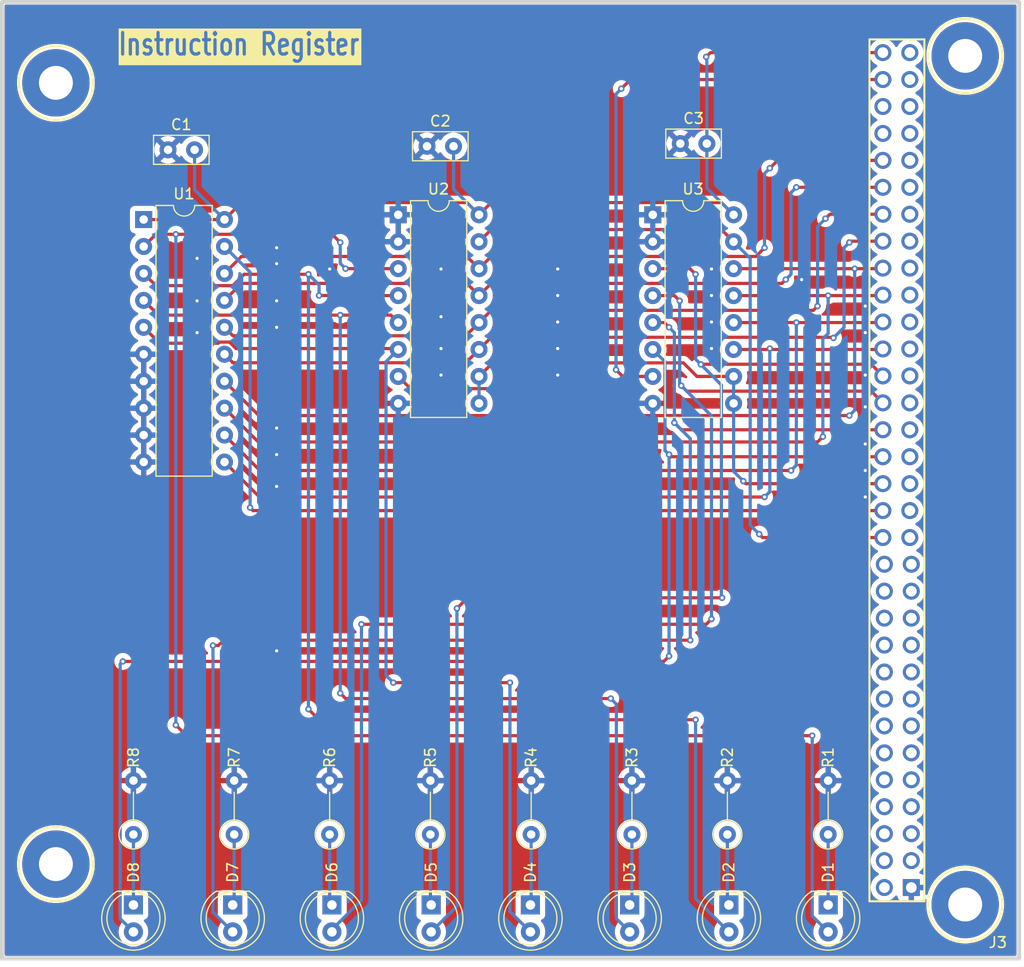
<source format=kicad_pcb>
(kicad_pcb (version 20240108) (generator "pcbnew") (generator_version "8.0")
  (layers (0 "F.Cu" signal) (31 "B.Cu" signal) (34 "B.Paste" user) (35 "F.Paste" user) (36 "B.SilkS" user "B.Silkscreen") (37 "F.SilkS" user "F.Silkscreen") (38 "B.Mask" user) (39 "F.Mask" user) (44 "Edge.Cuts" user))
  (net 0 "")
  (net 1 "GND")
  (net 2 "/~{ir_ie}")
  (net 3 "/~{ir_oe}")
  (net 4 "/ir_clear")
  (net 5 "5V")
  (net 6 "Net-(D1-K)")
  (net 7 "Net-(D1-A)")
  (net 8 "Net-(D2-A)")
  (net 9 "Net-(D2-K)")
  (net 10 "Net-(D3-K)")
  (net 11 "Net-(D3-A)")
  (net 12 "Net-(D4-A)")
  (net 13 "Net-(D4-K)")
  (net 14 "Net-(D5-K)")
  (net 15 "/ir4")
  (net 16 "Net-(D6-K)")
  (net 17 "/ir5")
  (net 18 "Net-(D7-K)")
  (net 19 "/ir6")
  (net 20 "Net-(D8-K)")
  (net 21 "/ir7")
  (net 22 "/bus5")
  (net 23 "/bus3")
  (net 24 "/bus6")
  (net 25 "/bus1")
  (net 26 "/bus4")
  (net 27 "/bus0")
  (net 28 "/bus7")
  (net 29 "/bus2")
  (net 30 "/clock")
  (footprint "Capacitor_THT:C_Disc_D5.0mm_W2.5mm_P2.50mm" (layer "F.Cu") (at 118.74316 69.015)
    (property "Reference" "C1" (at 1.25 -2.37325 0) (layer "F.SilkS"))
    (property "Value" ".01µF")
    (pad "1" thru_hole circle (at 0 0) (size 1.6 1.6) (drill 0.8) (layers "*.Cu" "*.Mask") (net 1 "GND"))
    (pad "2" thru_hole circle (at 2.5 0) (size 1.6 1.6) (drill 0.8) (layers "*.Cu" "*.Mask") (net 5 "5V"))
  )
  (footprint "LED_THT:LED_D5.0mm" (layer "F.Cu") (at 152.906978 140.21 -90)
    (property "Reference" "D4" (at -3.066191 0 90) (layer "F.SilkS"))
    (property "Value" "LED")
    (pad "1" thru_hole rect (at 0 0 270) (size 1.8 1.8) (drill 0.9) (layers "*.Cu" "*.Mask") (net 13 "Net-(D4-K)"))
    (pad "2" thru_hole circle (at 2.54 0 270) (size 1.8 1.8) (drill 0.9) (layers "*.Cu" "*.Mask") (net 12 "Net-(D4-A)"))
  )
  (footprint "Resistor_THT:R_Axial_DIN0207_L6.3mm_D2.5mm_P5.08mm_Vertical" (layer "F.Cu") (at 143.47841 133.565 90)
    (property "Reference" "R5" (at 7.256191 0 90) (layer "F.SilkS"))
    (property "Value" "220")
    (pad "1" thru_hole circle (at 0 0 90) (size 1.6 1.6) (drill 0.8) (layers "*.Cu" "*.Mask") (net 14 "Net-(D5-K)"))
    (pad "2" thru_hole oval (at 5.08 0 90) (size 1.6 1.6) (drill 0.8) (layers "*.Cu" "*.Mask") (net 1 "GND"))
  )
  (footprint "Capacitor_THT:C_Disc_D5.0mm_W2.5mm_P2.50mm" (layer "F.Cu") (at 143.16157 68.68)
    (property "Reference" "C2" (at 1.25 -2.37325 0) (layer "F.SilkS"))
    (property "Value" ".01µF")
    (pad "1" thru_hole circle (at 0 0) (size 1.6 1.6) (drill 0.8) (layers "*.Cu" "*.Mask") (net 1 "GND"))
    (pad "2" thru_hole circle (at 2.5 0) (size 1.6 1.6) (drill 0.8) (layers "*.Cu" "*.Mask") (net 5 "5V"))
  )
  (footprint "LED_THT:LED_D5.0mm" (layer "F.Cu") (at 124.835552 140.21 -90)
    (property "Reference" "D7" (at -3.066191 0 90) (layer "F.SilkS"))
    (property "Value" "LED")
    (pad "1" thru_hole rect (at 0 0 270) (size 1.8 1.8) (drill 0.9) (layers "*.Cu" "*.Mask") (net 18 "Net-(D7-K)"))
    (pad "2" thru_hole circle (at 2.54 0 270) (size 1.8 1.8) (drill 0.9) (layers "*.Cu" "*.Mask") (net 19 "/ir6"))
  )
  (footprint "Resistor_THT:R_Axial_DIN0207_L6.3mm_D2.5mm_P5.08mm_Vertical" (layer "F.Cu") (at 133.97841 133.565 90)
    (property "Reference" "R6" (at 7.256191 0 90) (layer "F.SilkS"))
    (property "Value" "220")
    (pad "1" thru_hole circle (at 0 0 90) (size 1.6 1.6) (drill 0.8) (layers "*.Cu" "*.Mask") (net 16 "Net-(D6-K)"))
    (pad "2" thru_hole oval (at 5.08 0 90) (size 1.6 1.6) (drill 0.8) (layers "*.Cu" "*.Mask") (net 1 "GND"))
  )
  (footprint "Capacitor_THT:C_Disc_D5.0mm_W2.5mm_P2.50mm" (layer "F.Cu") (at 167.04157 68.43)
    (property "Reference" "C3" (at 1.25 -2.37325 0) (layer "F.SilkS"))
    (property "Value" ".01µF")
    (pad "1" thru_hole circle (at 0 0) (size 1.6 1.6) (drill 0.8) (layers "*.Cu" "*.Mask") (net 1 "GND"))
    (pad "2" thru_hole circle (at 2.5 0) (size 1.6 1.6) (drill 0.8) (layers "*.Cu" "*.Mask") (net 5 "5V"))
  )
  (footprint "LED_THT:LED_D5.0mm" (layer "F.Cu") (at 143.549836 140.21 -90)
    (property "Reference" "D5" (at -3.066191 0 90) (layer "F.SilkS"))
    (property "Value" "LED")
    (pad "1" thru_hole rect (at 0 0 270) (size 1.8 1.8) (drill 0.9) (layers "*.Cu" "*.Mask") (net 14 "Net-(D5-K)"))
    (pad "2" thru_hole circle (at 2.54 0 270) (size 1.8 1.8) (drill 0.9) (layers "*.Cu" "*.Mask") (net 15 "/ir4"))
  )
  (footprint "LED_THT:LED_D5.0mm" (layer "F.Cu") (at 115.47841 140.21 -90)
    (property "Reference" "D8" (at -3.066191 0 90) (layer "F.SilkS"))
    (property "Value" "LED")
    (pad "1" thru_hole rect (at 0 0 270) (size 1.8 1.8) (drill 0.9) (layers "*.Cu" "*.Mask") (net 20 "Net-(D8-K)"))
    (pad "2" thru_hole circle (at 2.54 0 270) (size 1.8 1.8) (drill 0.9) (layers "*.Cu" "*.Mask") (net 21 "/ir7"))
  )
  (footprint "Resistor_THT:R_Axial_DIN0207_L6.3mm_D2.5mm_P5.08mm_Vertical" (layer "F.Cu") (at 115.47841 133.565 90)
    (property "Reference" "R8" (at 7.256191 0 90) (layer "F.SilkS"))
    (property "Value" "220")
    (pad "1" thru_hole circle (at 0 0 90) (size 1.6 1.6) (drill 0.8) (layers "*.Cu" "*.Mask") (net 20 "Net-(D8-K)"))
    (pad "2" thru_hole oval (at 5.08 0 90) (size 1.6 1.6) (drill 0.8) (layers "*.Cu" "*.Mask") (net 1 "GND"))
  )
  (footprint "Resistor_THT:R_Axial_DIN0207_L6.3mm_D2.5mm_P5.08mm_Vertical" (layer "F.Cu") (at 180.97841 133.565 90)
    (property "Reference" "R1" (at 7.256191 0 90) (layer "F.SilkS"))
    (property "Value" "220")
    (pad "1" thru_hole circle (at 0 0 90) (size 1.6 1.6) (drill 0.8) (layers "*.Cu" "*.Mask") (net 6 "Net-(D1-K)"))
    (pad "2" thru_hole oval (at 5.08 0 90) (size 1.6 1.6) (drill 0.8) (layers "*.Cu" "*.Mask") (net 1 "GND"))
  )
  (footprint "Package_DIP:DIP-20_W7.62mm" (layer "F.Cu") (at 116.44316 75.59)
    (property "Reference" "U1" (at 3.8 -2.42325 0) (layer "F.SilkS"))
    (property "Value" "74LS245")
    (pad "1" thru_hole rect (at 0 0) (size 1.6 1.6) (drill 0.8) (layers "*.Cu" "*.Mask") (net 5 "5V"))
    (pad "2" thru_hole oval (at 0 2.54) (size 1.6 1.6) (drill 0.8) (layers "*.Cu" "*.Mask") (net 7 "Net-(D1-A)"))
    (pad "3" thru_hole oval (at 0 5.08) (size 1.6 1.6) (drill 0.8) (layers "*.Cu" "*.Mask") (net 8 "Net-(D2-A)"))
    (pad "4" thru_hole oval (at 0 7.62) (size 1.6 1.6) (drill 0.8) (layers "*.Cu" "*.Mask") (net 11 "Net-(D3-A)"))
    (pad "5" thru_hole oval (at 0 10.16) (size 1.6 1.6) (drill 0.8) (layers "*.Cu" "*.Mask") (net 12 "Net-(D4-A)"))
    (pad "6" thru_hole oval (at 0 12.7) (size 1.6 1.6) (drill 0.8) (layers "*.Cu" "*.Mask") (net 1 "GND"))
    (pad "7" thru_hole oval (at 0 15.24) (size 1.6 1.6) (drill 0.8) (layers "*.Cu" "*.Mask") (net 1 "GND"))
    (pad "8" thru_hole oval (at 0 17.78) (size 1.6 1.6) (drill 0.8) (layers "*.Cu" "*.Mask") (net 1 "GND"))
    (pad "9" thru_hole oval (at 0 20.32) (size 1.6 1.6) (drill 0.8) (layers "*.Cu" "*.Mask") (net 1 "GND"))
    (pad "10" thru_hole oval (at 0 22.86) (size 1.6 1.6) (drill 0.8) (layers "*.Cu" "*.Mask") (net 1 "GND"))
    (pad "11" thru_hole oval (at 7.62 22.86) (size 1.6 1.6) (drill 0.8) (layers "*.Cu" "*.Mask") (net 28 "/bus7"))
    (pad "12" thru_hole oval (at 7.62 20.32) (size 1.6 1.6) (drill 0.8) (layers "*.Cu" "*.Mask") (net 24 "/bus6"))
    (pad "13" thru_hole oval (at 7.62 17.78) (size 1.6 1.6) (drill 0.8) (layers "*.Cu" "*.Mask") (net 22 "/bus5"))
    (pad "14" thru_hole oval (at 7.62 15.24) (size 1.6 1.6) (drill 0.8) (layers "*.Cu" "*.Mask") (net 26 "/bus4"))
    (pad "15" thru_hole oval (at 7.62 12.7) (size 1.6 1.6) (drill 0.8) (layers "*.Cu" "*.Mask") (net 23 "/bus3"))
    (pad "16" thru_hole oval (at 7.62 10.16) (size 1.6 1.6) (drill 0.8) (layers "*.Cu" "*.Mask") (net 29 "/bus2"))
    (pad "17" thru_hole oval (at 7.62 7.62) (size 1.6 1.6) (drill 0.8) (layers "*.Cu" "*.Mask") (net 25 "/bus1"))
    (pad "18" thru_hole oval (at 7.62 5.08) (size 1.6 1.6) (drill 0.8) (layers "*.Cu" "*.Mask") (net 27 "/bus0"))
    (pad "19" thru_hole oval (at 7.62 2.54) (size 1.6 1.6) (drill 0.8) (layers "*.Cu" "*.Mask") (net 3 "/~{ir_oe}"))
    (pad "20" thru_hole oval (at 7.62 0) (size 1.6 1.6) (drill 0.8) (layers "*.Cu" "*.Mask") (net 5 "5V"))
  )
  (footprint "MyFootPrints:PC104-Standard" (layer "F.Cu") (at 198.97841 145.25)
    (property "Reference" "J3" (at -2 -1.5 0) (layer "F.SilkS"))
    (property "Value" "~")
    (fp_rect (start -95.89 0) (end 0 -90.17) (stroke (width 0.381)) (fill none) (layer "Edge.Cuts"))
    (pad "" thru_hole circle (at -90.81 -82.55) (size 6.35 6.35) (drill 3.2) (layers "*.Cu" "*.Mask"))
    (pad "" thru_hole circle (at -90.81 -8.89) (size 6.35 6.35) (drill 3.2) (layers "*.Cu" "*.Mask"))
    (pad "" thru_hole circle (at -5.08 -85.09) (size 6.35 6.35) (drill 3.2) (layers "*.Cu" "*.Mask"))
    (pad "" thru_hole circle (at -5.08 -5.08) (size 6.35 6.35) (drill 3.2) (layers "*.Cu" "*.Mask"))
    (pad "1" thru_hole rect (at -10.16 -6.68) (size 1.6 1.6) (drill 1.016) (layers "*.Cu" "*.Mask") (net 1 "GND"))
    (pad "2" thru_hole circle (at -12.7 -6.68) (size 1.6 1.6) (drill 1.016) (layers "*.Cu" "*.Mask"))
    (pad "3" thru_hole circle (at -10.16 -9.22) (size 1.6 1.6) (drill 1.016) (layers "*.Cu" "*.Mask"))
    (pad "4" thru_hole circle (at -12.7 -9.22) (size 1.6 1.6) (drill 1.016) (layers "*.Cu" "*.Mask"))
    (pad "5" thru_hole circle (at -10.16 -11.76) (size 1.6 1.6) (drill 1.016) (layers "*.Cu" "*.Mask"))
    (pad "6" thru_hole circle (at -12.7 -11.76) (size 1.6 1.6) (drill 1.016) (layers "*.Cu" "*.Mask"))
    (pad "7" thru_hole circle (at -10.16 -14.3) (size 1.6 1.6) (drill 1.016) (layers "*.Cu" "*.Mask"))
    (pad "8" thru_hole circle (at -12.7 -14.3) (size 1.6 1.6) (drill 1.016) (layers "*.Cu" "*.Mask"))
    (pad "9" thru_hole circle (at -10.16 -16.84) (size 1.6 1.6) (drill 1.016) (layers "*.Cu" "*.Mask"))
    (pad "10" thru_hole circle (at -12.7 -16.84) (size 1.6 1.6) (drill 1.016) (layers "*.Cu" "*.Mask"))
    (pad "11" thru_hole circle (at -10.16 -19.38) (size 1.6 1.6) (drill 1.016) (layers "*.Cu" "*.Mask"))
    (pad "12" thru_hole circle (at -12.7 -19.38) (size 1.6 1.6) (drill 1.016) (layers "*.Cu" "*.Mask"))
    (pad "13" thru_hole circle (at -10.16 -21.92) (size 1.6 1.6) (drill 1.016) (layers "*.Cu" "*.Mask"))
    (pad "14" thru_hole circle (at -12.7 -21.92) (size 1.6 1.6) (drill 1.016) (layers "*.Cu" "*.Mask"))
    (pad "15" thru_hole circle (at -10.16 -24.46) (size 1.6 1.6) (drill 1.016) (layers "*.Cu" "*.Mask"))
    (pad "16" thru_hole circle (at -12.7 -24.46) (size 1.6 1.6) (drill 1.016) (layers "*.Cu" "*.Mask"))
    (pad "17" thru_hole circle (at -10.16 -27) (size 1.6 1.6) (drill 1.016) (layers "*.Cu" "*.Mask"))
    (pad "18" thru_hole circle (at -12.7 -27) (size 1.6 1.6) (drill 1.016) (layers "*.Cu" "*.Mask"))
    (pad "19" thru_hole circle (at -10.16 -29.54) (size 1.6 1.6) (drill 1.016) (layers "*.Cu" "*.Mask"))
    (pad "20" thru_hole circle (at -12.7 -29.54) (size 1.6 1.6) (drill 1.016) (layers "*.Cu" "*.Mask"))
    (pad "21" thru_hole circle (at -10.16 -32.08) (size 1.6 1.6) (drill 1.016) (layers "*.Cu" "*.Mask"))
    (pad "22" thru_hole circle (at -12.7 -32.08) (size 1.6 1.6) (drill 1.016) (layers "*.Cu" "*.Mask"))
    (pad "23" thru_hole circle (at -10.16 -34.62) (size 1.6 1.6) (drill 1.016) (layers "*.Cu" "*.Mask"))
    (pad "24" thru_hole circle (at -12.7 -34.62) (size 1.6 1.6) (drill 1.016) (layers "*.Cu" "*.Mask"))
    (pad "25" thru_hole circle (at -10.16 -37.16) (size 1.6 1.6) (drill 1.016) (layers "*.Cu" "*.Mask"))
    (pad "26" thru_hole circle (at -12.7 -37.16) (size 1.6 1.6) (drill 1.016) (layers "*.Cu" "*.Mask"))
    (pad "27" thru_hole circle (at -10.3 -39.68) (size 1.6 1.6) (drill 1.016) (layers "*.Cu" "*.Mask"))
    (pad "28" thru_hole circle (at -12.84 -39.68) (size 1.6 1.6) (drill 1.016) (layers "*.Cu" "*.Mask") (net 4 "/ir_clear"))
    (pad "29" thru_hole circle (at -10.3 -42.22) (size 1.6 1.6) (drill 1.016) (layers "*.Cu" "*.Mask"))
    (pad "30" thru_hole circle (at -12.84 -42.22) (size 1.6 1.6) (drill 1.016) (layers "*.Cu" "*.Mask") (net 3 "/~{ir_oe}"))
    (pad "31" thru_hole circle (at -10.3 -44.76) (size 1.6 1.6) (drill 1.016) (layers "*.Cu" "*.Mask"))
    (pad "32" thru_hole circle (at -12.84 -44.76) (size 1.6 1.6) (drill 1.016) (layers "*.Cu" "*.Mask") (net 2 "/~{ir_ie}"))
    (pad "33" thru_hole circle (at -10.3 -47.3) (size 1.6 1.6) (drill 1.016) (layers "*.Cu" "*.Mask"))
    (pad "34" thru_hole circle (at -12.84 -47.3) (size 1.6 1.6) (drill 1.016) (layers "*.Cu" "*.Mask") (net 21 "/ir7"))
    (pad "35" thru_hole circle (at -10.3 -49.84) (size 1.6 1.6) (drill 1.016) (layers "*.Cu" "*.Mask"))
    (pad "36" thru_hole circle (at -12.84 -49.84) (size 1.6 1.6) (drill 1.016) (layers "*.Cu" "*.Mask") (net 19 "/ir6"))
    (pad "37" thru_hole circle (at -10.3 -52.38) (size 1.6 1.6) (drill 1.016) (layers "*.Cu" "*.Mask"))
    (pad "38" thru_hole circle (at -12.84 -52.38) (size 1.6 1.6) (drill 1.016) (layers "*.Cu" "*.Mask") (net 17 "/ir5"))
    (pad "39" thru_hole circle (at -10.3 -54.92) (size 1.6 1.6) (drill 1.016) (layers "*.Cu" "*.Mask"))
    (pad "40" thru_hole circle (at -12.84 -54.92) (size 1.6 1.6) (drill 1.016) (layers "*.Cu" "*.Mask") (net 15 "/ir4"))
    (pad "41" thru_hole circle (at -10.3 -57.46) (size 1.6 1.6) (drill 1.016) (layers "*.Cu" "*.Mask"))
    (pad "42" thru_hole circle (at -12.84 -57.46) (size 1.6 1.6) (drill 1.016) (layers "*.Cu" "*.Mask") (net 28 "/bus7"))
    (pad "43" thru_hole circle (at -10.3 -60) (size 1.6 1.6) (drill 1.016) (layers "*.Cu" "*.Mask"))
    (pad "44" thru_hole circle (at -12.84 -60) (size 1.6 1.6) (drill 1.016) (layers "*.Cu" "*.Mask") (net 24 "/bus6"))
    (pad "45" thru_hole circle (at -10.3 -62.54) (size 1.6 1.6) (drill 1.016) (layers "*.Cu" "*.Mask"))
    (pad "46" thru_hole circle (at -12.84 -62.54) (size 1.6 1.6) (drill 1.016) (layers "*.Cu" "*.Mask") (net 22 "/bus5"))
    (pad "47" thru_hole circle (at -10.3 -65.08) (size 1.6 1.6) (drill 1.016) (layers "*.Cu" "*.Mask"))
    (pad "48" thru_hole circle (at -12.84 -65.08) (size 1.6 1.6) (drill 1.016) (layers "*.Cu" "*.Mask") (net 26 "/bus4"))
    (pad "49" thru_hole circle (at -10.3 -67.62) (size 1.6 1.6) (drill 1.016) (layers "*.Cu" "*.Mask"))
    (pad "50" thru_hole circle (at -12.84 -67.62) (size 1.6 1.6) (drill 1.016) (layers "*.Cu" "*.Mask") (net 23 "/bus3"))
    (pad "51" thru_hole circle (at -10.3 -70.16) (size 1.6 1.6) (drill 1.016) (layers "*.Cu" "*.Mask"))
    (pad "52" thru_hole circle (at -12.84 -70.16) (size 1.6 1.6) (drill 1.016) (layers "*.Cu" "*.Mask") (net 29 "/bus2"))
    (pad "53" thru_hole circle (at -10.3 -72.7) (size 1.6 1.6) (drill 1.016) (layers "*.Cu" "*.Mask"))
    (pad "54" thru_hole circle (at -12.84 -72.7) (size 1.6 1.6) (drill 1.016) (layers "*.Cu" "*.Mask") (net 25 "/bus1"))
    (pad "55" thru_hole circle (at -10.3 -75.24) (size 1.6 1.6) (drill 1.016) (layers "*.Cu" "*.Mask"))
    (pad "56" thru_hole circle (at -12.84 -75.24) (size 1.6 1.6) (drill 1.016) (layers "*.Cu" "*.Mask") (net 27 "/bus0"))
    (pad "57" thru_hole circle (at -10.3 -77.78) (size 1.6 1.6) (drill 1.016) (layers "*.Cu" "*.Mask"))
    (pad "58" thru_hole circle (at -12.84 -77.78) (size 1.6 1.6) (drill 1.016) (layers "*.Cu" "*.Mask"))
    (pad "59" thru_hole circle (at -10.3 -80.32) (size 1.6 1.6) (drill 1.016) (layers "*.Cu" "*.Mask"))
    (pad "60" thru_hole circle (at -12.84 -80.32) (size 1.6 1.6) (drill 1.016) (layers "*.Cu" "*.Mask"))
    (pad "61" thru_hole circle (at -10.3 -82.86) (size 1.6 1.6) (drill 1.016) (layers "*.Cu" "*.Mask"))
    (pad "62" thru_hole circle (at -12.84 -82.86) (size 1.6 1.6) (drill 1.016) (layers "*.Cu" "*.Mask") (net 30 "/clock"))
    (pad "63" thru_hole circle (at -10.3 -85.4) (size 1.6 1.6) (drill 1.016) (layers "*.Cu" "*.Mask"))
    (pad "64" thru_hole circle (at -12.84 -85.4) (size 1.6 1.6) (drill 1.016) (layers "*.Cu" "*.Mask") (net 5 "5V"))
  )
  (footprint "Resistor_THT:R_Axial_DIN0207_L6.3mm_D2.5mm_P5.08mm_Vertical" (layer "F.Cu") (at 152.97841 133.565 90)
    (property "Reference" "R4" (at 7.256191 0 90) (layer "F.SilkS"))
    (property "Value" "220")
    (pad "1" thru_hole circle (at 0 0 90) (size 1.6 1.6) (drill 0.8) (layers "*.Cu" "*.Mask") (net 13 "Net-(D4-K)"))
    (pad "2" thru_hole oval (at 5.08 0 90) (size 1.6 1.6) (drill 0.8) (layers "*.Cu" "*.Mask") (net 1 "GND"))
  )
  (footprint "Resistor_THT:R_Axial_DIN0207_L6.3mm_D2.5mm_P5.08mm_Vertical" (layer "F.Cu") (at 124.97841 133.565 90)
    (property "Reference" "R7" (at 7.256191 0 90) (layer "F.SilkS"))
    (property "Value" "220")
    (pad "1" thru_hole circle (at 0 0 90) (size 1.6 1.6) (drill 0.8) (layers "*.Cu" "*.Mask") (net 18 "Net-(D7-K)"))
    (pad "2" thru_hole oval (at 5.08 0 90) (size 1.6 1.6) (drill 0.8) (layers "*.Cu" "*.Mask") (net 1 "GND"))
  )
  (footprint "Package_DIP:DIP-16_W7.62mm" (layer "F.Cu") (at 164.44316 75.14)
    (property "Reference" "U3" (at 3.8 -2.42325 0) (layer "F.SilkS"))
    (property "Value" "74LS173")
    (pad "1" thru_hole rect (at 0 0) (size 1.6 1.6) (drill 0.8) (layers "*.Cu" "*.Mask") (net 1 "GND"))
    (pad "2" thru_hole oval (at 0 2.54) (size 1.6 1.6) (drill 0.8) (layers "*.Cu" "*.Mask") (net 1 "GND"))
    (pad "3" thru_hole oval (at 0 5.08) (size 1.6 1.6) (drill 0.8) (layers "*.Cu" "*.Mask") (net 15 "/ir4"))
    (pad "4" thru_hole oval (at 0 7.62) (size 1.6 1.6) (drill 0.8) (layers "*.Cu" "*.Mask") (net 17 "/ir5"))
    (pad "5" thru_hole oval (at 0 10.16) (size 1.6 1.6) (drill 0.8) (layers "*.Cu" "*.Mask") (net 19 "/ir6"))
    (pad "6" thru_hole oval (at 0 12.7) (size 1.6 1.6) (drill 0.8) (layers "*.Cu" "*.Mask") (net 21 "/ir7"))
    (pad "7" thru_hole oval (at 0 15.24) (size 1.6 1.6) (drill 0.8) (layers "*.Cu" "*.Mask") (net 30 "/clock"))
    (pad "8" thru_hole oval (at 0 17.78) (size 1.6 1.6) (drill 0.8) (layers "*.Cu" "*.Mask") (net 1 "GND"))
    (pad "9" thru_hole oval (at 7.62 17.78) (size 1.6 1.6) (drill 0.8) (layers "*.Cu" "*.Mask") (net 2 "/~{ir_ie}"))
    (pad "10" thru_hole oval (at 7.62 15.24) (size 1.6 1.6) (drill 0.8) (layers "*.Cu" "*.Mask") (net 2 "/~{ir_ie}"))
    (pad "11" thru_hole oval (at 7.62 12.7) (size 1.6 1.6) (drill 0.8) (layers "*.Cu" "*.Mask") (net 28 "/bus7"))
    (pad "12" thru_hole oval (at 7.62 10.16) (size 1.6 1.6) (drill 0.8) (layers "*.Cu" "*.Mask") (net 24 "/bus6"))
    (pad "13" thru_hole oval (at 7.62 7.62) (size 1.6 1.6) (drill 0.8) (layers "*.Cu" "*.Mask") (net 22 "/bus5"))
    (pad "14" thru_hole oval (at 7.62 5.08) (size 1.6 1.6) (drill 0.8) (layers "*.Cu" "*.Mask") (net 26 "/bus4"))
    (pad "15" thru_hole oval (at 7.62 2.54) (size 1.6 1.6) (drill 0.8) (layers "*.Cu" "*.Mask") (net 4 "/ir_clear"))
    (pad "16" thru_hole oval (at 7.62 0) (size 1.6 1.6) (drill 0.8) (layers "*.Cu" "*.Mask") (net 5 "5V"))
  )
  (footprint "LED_THT:LED_D5.0mm" (layer "F.Cu") (at 171.621262 140.21 -90)
    (property "Reference" "D2" (at -3.066191 0 90) (layer "F.SilkS"))
    (property "Value" "LED")
    (pad "1" thru_hole rect (at 0 0 270) (size 1.8 1.8) (drill 0.9) (layers "*.Cu" "*.Mask") (net 9 "Net-(D2-K)"))
    (pad "2" thru_hole circle (at 2.54 0 270) (size 1.8 1.8) (drill 0.9) (layers "*.Cu" "*.Mask") (net 8 "Net-(D2-A)"))
  )
  (footprint "LED_THT:LED_D5.0mm" (layer "F.Cu") (at 180.97841 140.21 -90)
    (property "Reference" "D1" (at -3.066191 0 90) (layer "F.SilkS"))
    (property "Value" "LED")
    (pad "1" thru_hole rect (at 0 0 270) (size 1.8 1.8) (drill 0.9) (layers "*.Cu" "*.Mask") (net 6 "Net-(D1-K)"))
    (pad "2" thru_hole circle (at 2.54 0 270) (size 1.8 1.8) (drill 0.9) (layers "*.Cu" "*.Mask") (net 7 "Net-(D1-A)"))
  )
  (footprint "LED_THT:LED_D5.0mm" (layer "F.Cu") (at 134.192694 140.21 -90)
    (property "Reference" "D6" (at -3.066191 0 90) (layer "F.SilkS"))
    (property "Value" "LED")
    (pad "1" thru_hole rect (at 0 0 270) (size 1.8 1.8) (drill 0.9) (layers "*.Cu" "*.Mask") (net 16 "Net-(D6-K)"))
    (pad "2" thru_hole circle (at 2.54 0 270) (size 1.8 1.8) (drill 0.9) (layers "*.Cu" "*.Mask") (net 17 "/ir5"))
  )
  (footprint "Resistor_THT:R_Axial_DIN0207_L6.3mm_D2.5mm_P5.08mm_Vertical" (layer "F.Cu") (at 171.47841 133.565 90)
    (property "Reference" "R2" (at 7.256191 0 90) (layer "F.SilkS"))
    (property "Value" "220")
    (pad "1" thru_hole circle (at 0 0 90) (size 1.6 1.6) (drill 0.8) (layers "*.Cu" "*.Mask") (net 9 "Net-(D2-K)"))
    (pad "2" thru_hole oval (at 5.08 0 90) (size 1.6 1.6) (drill 0.8) (layers "*.Cu" "*.Mask") (net 1 "GND"))
  )
  (footprint "LED_THT:LED_D5.0mm" (layer "F.Cu") (at 162.26412 140.21 -90)
    (property "Reference" "D3" (at -3.066191 0 90) (layer "F.SilkS"))
    (property "Value" "LED")
    (pad "1" thru_hole rect (at 0 0 270) (size 1.8 1.8) (drill 0.9) (layers "*.Cu" "*.Mask") (net 10 "Net-(D3-K)"))
    (pad "2" thru_hole circle (at 2.54 0 270) (size 1.8 1.8) (drill 0.9) (layers "*.Cu" "*.Mask") (net 11 "Net-(D3-A)"))
  )
  (footprint "Resistor_THT:R_Axial_DIN0207_L6.3mm_D2.5mm_P5.08mm_Vertical" (layer "F.Cu") (at 162.47841 133.565 90)
    (property "Reference" "R3" (at 7.256191 0 90) (layer "F.SilkS"))
    (property "Value" "220")
    (pad "1" thru_hole circle (at 0 0 90) (size 1.6 1.6) (drill 0.8) (layers "*.Cu" "*.Mask") (net 10 "Net-(D3-K)"))
    (pad "2" thru_hole oval (at 5.08 0 90) (size 1.6 1.6) (drill 0.8) (layers "*.Cu" "*.Mask") (net 1 "GND"))
  )
  (footprint "Package_DIP:DIP-16_W7.62mm" (layer "F.Cu") (at 140.44316 75.14)
    (property "Reference" "U2" (at 3.8 -2.42325 0) (layer "F.SilkS"))
    (property "Value" "74LS173")
    (pad "1" thru_hole rect (at 0 0) (size 1.6 1.6) (drill 0.8) (layers "*.Cu" "*.Mask") (net 1 "GND"))
    (pad "2" thru_hole oval (at 0 2.54) (size 1.6 1.6) (drill 0.8) (layers "*.Cu" "*.Mask") (net 1 "GND"))
    (pad "3" thru_hole oval (at 0 5.08) (size 1.6 1.6) (drill 0.8) (layers "*.Cu" "*.Mask") (net 7 "Net-(D1-A)"))
    (pad "4" thru_hole oval (at 0 7.62) (size 1.6 1.6) (drill 0.8) (layers "*.Cu" "*.Mask") (net 8 "Net-(D2-A)"))
    (pad "5" thru_hole oval (at 0 10.16) (size 1.6 1.6) (drill 0.8) (layers "*.Cu" "*.Mask") (net 11 "Net-(D3-A)"))
    (pad "6" thru_hole oval (at 0 12.7) (size 1.6 1.6) (drill 0.8) (layers "*.Cu" "*.Mask") (net 12 "Net-(D4-A)"))
    (pad "7" thru_hole oval (at 0 15.24) (size 1.6 1.6) (drill 0.8) (layers "*.Cu" "*.Mask") (net 30 "/clock"))
    (pad "8" thru_hole oval (at 0 17.78) (size 1.6 1.6) (drill 0.8) (layers "*.Cu" "*.Mask") (net 1 "GND"))
    (pad "9" thru_hole oval (at 7.62 17.78) (size 1.6 1.6) (drill 0.8) (layers "*.Cu" "*.Mask") (net 2 "/~{ir_ie}"))
    (pad "10" thru_hole oval (at 7.62 15.24) (size 1.6 1.6) (drill 0.8) (layers "*.Cu" "*.Mask") (net 2 "/~{ir_ie}"))
    (pad "11" thru_hole oval (at 7.62 12.7) (size 1.6 1.6) (drill 0.8) (layers "*.Cu" "*.Mask") (net 23 "/bus3"))
    (pad "12" thru_hole oval (at 7.62 10.16) (size 1.6 1.6) (drill 0.8) (layers "*.Cu" "*.Mask") (net 29 "/bus2"))
    (pad "13" thru_hole oval (at 7.62 7.62) (size 1.6 1.6) (drill 0.8) (layers "*.Cu" "*.Mask") (net 25 "/bus1"))
    (pad "14" thru_hole oval (at 7.62 5.08) (size 1.6 1.6) (drill 0.8) (layers "*.Cu" "*.Mask") (net 27 "/bus0"))
    (pad "15" thru_hole oval (at 7.62 2.54) (size 1.6 1.6) (drill 0.8) (layers "*.Cu" "*.Mask") (net 4 "/ir_clear"))
    (pad "16" thru_hole oval (at 7.62 0) (size 1.6 1.6) (drill 0.8) (layers "*.Cu" "*.Mask") (net 5 "5V"))
  )
  (gr_text "Instruction Register" (at 113.89841 60.25 0) (layer "F.SilkS" knockout) (effects (font (size 2.032 1.524) (thickness 0.3048) (bold yes)) (justify left bottom)))
  (via (at 144.47841 84.75) (size 0.6) (drill 0.3) (layers "F.Cu" "B.Cu") (net 1))
  (via (at 155.47841 87.75) (size 0.6) (drill 0.3) (layers "F.Cu" "B.Cu") (net 1))
  (via (at 169.97841 82.75) (size 0.6) (drill 0.3) (layers "F.Cu" "B.Cu") (net 1))
  (via (at 128.97841 116.25) (size 0.6) (drill 0.3) (layers "F.Cu" "B.Cu") (net 1))
  (via (at 128.97841 85.75) (size 0.6) (drill 0.3) (layers "F.Cu" "B.Cu") (net 1))
  (via (at 169.97841 85.25) (size 0.6) (drill 0.3) (layers "F.Cu" "B.Cu") (net 1))
  (via (at 184.47841 83.75) (size 0.6) (drill 0.3) (layers "F.Cu" "B.Cu") (net 1))
  (via (at 128.97841 95.25) (size 0.6) (drill 0.3) (layers "F.Cu" "B.Cu") (net 1))
  (via (at 169.97841 80.25) (size 0.6) (drill 0.3) (layers "F.Cu" "B.Cu") (net 1))
  (via (at 184.47841 93.25) (size 0.6) (drill 0.3) (layers "F.Cu" "B.Cu") (net 1))
  (via (at 128.97841 79.75) (size 0.6) (drill 0.3) (layers "F.Cu" "B.Cu") (net 1))
  (via (at 121.47841 86.25) (size 0.6) (drill 0.3) (layers "F.Cu" "B.Cu") (net 1))
  (via (at 169.97841 87.75) (size 0.6) (drill 0.3) (layers "F.Cu" "B.Cu") (net 1))
  (via (at 184.47841 96.75) (size 0.6) (drill 0.3) (layers "F.Cu" "B.Cu") (net 1))
  (via (at 121.47841 79.25) (size 0.6) (drill 0.3) (layers "F.Cu" "B.Cu") (net 1))
  (via (at 178.47841 81.25) (size 0.6) (drill 0.3) (layers "F.Cu" "B.Cu") (net 1))
  (via (at 128.97841 83.25) (size 0.6) (drill 0.3) (layers "F.Cu" "B.Cu") (net 1))
  (via (at 128.97841 97.75) (size 0.6) (drill 0.3) (layers "F.Cu" "B.Cu") (net 1))
  (via (at 128.97841 100.75) (size 0.6) (drill 0.3) (layers "F.Cu" "B.Cu") (net 1))
  (via (at 128.97841 78.25) (size 0.6) (drill 0.3) (layers "F.Cu" "B.Cu") (net 1))
  (via (at 133.97841 80.25) (size 0.6) (drill 0.3) (layers "F.Cu" "B.Cu") (net 1))
  (via (at 184.47841 101.75) (size 0.6) (drill 0.3) (layers "F.Cu" "B.Cu") (net 1))
  (via (at 155.47841 90.25) (size 0.6) (drill 0.3) (layers "F.Cu" "B.Cu") (net 1))
  (via (at 144.47841 87.75) (size 0.6) (drill 0.3) (layers "F.Cu" "B.Cu") (net 1))
  (via (at 184.47841 86.25) (size 0.6) (drill 0.3) (layers "F.Cu" "B.Cu") (net 1))
  (via (at 155.47841 80.25) (size 0.6) (drill 0.3) (layers "F.Cu" "B.Cu") (net 1))
  (via (at 155.47841 85.25) (size 0.6) (drill 0.3) (layers "F.Cu" "B.Cu") (net 1))
  (via (at 184.47841 90.25) (size 0.6) (drill 0.3) (layers "F.Cu" "B.Cu") (net 1))
  (via (at 184.47841 99.25) (size 0.6) (drill 0.3) (layers "F.Cu" "B.Cu") (net 1))
  (via (at 155.47841 82.75) (size 0.6) (drill 0.3) (layers "F.Cu" "B.Cu") (net 1))
  (via (at 121.47841 83.25) (size 0.6) (drill 0.3) (layers "F.Cu" "B.Cu") (net 1))
  (via (at 144.47841 90.25) (size 0.6) (drill 0.3) (layers "F.Cu" "B.Cu") (net 1))
  (via (at 144.47841 80.25) (size 0.6) (drill 0.3) (layers "F.Cu" "B.Cu") (net 1))
  (segment (start 148.06316 90.38) (end 149.34316 89.1) (width 0.3) (layer "F.Cu") (net 2))
  (segment (start 168.609506 90.38) (end 172.06316 90.38) (width 0.3) (layer "F.Cu") (net 2))
  (segment (start 167.329506 89.1) (end 168.609506 90.38) (width 0.3) (layer "F.Cu") (net 2))
  (segment (start 173.21841 100.49) (end 186.13841 100.49) (width 0.3) (layer "F.Cu") (net 2))
  (segment (start 172.97841 100.25) (end 173.21841 100.49) (width 0.3) (layer "F.Cu") (net 2))
  (segment (start 149.34316 89.1) (end 167.329506 89.1) (width 0.3) (layer "F.Cu") (net 2))
  (via (at 172.97841 100.25) (size 0.6) (drill 0.3) (layers "F.Cu" "B.Cu") (net 2))
  (segment (start 172.97841 100.25) (end 172.06316 99.33475) (width 0.3) (layer "B.Cu") (net 2))
  (segment (start 148.06316 92.92) (end 148.06316 90.38) (width 0.3) (layer "B.Cu") (net 2))
  (segment (start 172.06316 90.38) (end 172.06316 92.92) (width 0.3) (layer "B.Cu") (net 2))
  (segment (start 172.06316 99.33475) (end 172.06316 92.92) (width 0.3) (layer "B.Cu") (net 2))
  (segment (start 126.47841 102.75) (end 126.75841 103.03) (width 0.3) (layer "F.Cu") (net 3))
  (segment (start 126.75841 103.03) (end 186.13841 103.03) (width 0.3) (layer "F.Cu") (net 3))
  (via (at 126.47841 102.75) (size 0.6) (drill 0.3) (layers "F.Cu" "B.Cu") (net 3))
  (segment (start 126.47841 80.54525) (end 124.06316 78.13) (width 0.3) (layer "B.Cu") (net 3))
  (segment (start 126.47841 102.75) (end 126.47841 80.54525) (width 0.3) (layer "B.Cu") (net 3))
  (segment (start 174.79841 105.57) (end 186.13841 105.57) (width 0.3) (layer "F.Cu") (net 4))
  (segment (start 170.91316 76.53) (end 172.06316 77.68) (width 0.3) (layer "F.Cu") (net 4))
  (segment (start 149.21316 76.53) (end 170.91316 76.53) (width 0.3) (layer "F.Cu") (net 4))
  (segment (start 148.06316 77.68) (end 149.21316 76.53) (width 0.3) (layer "F.Cu") (net 4))
  (segment (start 174.47841 105.25) (end 174.79841 105.57) (width 0.3) (layer "F.Cu") (net 4))
  (via (at 174.47841 105.25) (size 0.6) (drill 0.3) (layers "F.Cu" "B.Cu") (net 4))
  (segment (start 173.62841 79.24525) (end 172.06316 77.68) (width 0.3) (layer "B.Cu") (net 4))
  (segment (start 174.47841 105.25) (end 173.62841 104.4) (width 0.3) (layer "B.Cu") (net 4))
  (segment (start 173.62841 104.4) (end 173.62841 79.24525) (width 0.3) (layer "B.Cu") (net 4))
  (segment (start 170.91316 73.99) (end 172.06316 75.14) (width 0.3) (layer "F.Cu") (net 5))
  (segment (start 125.66316 73.99) (end 146.91316 73.99) (width 0.3) (layer "F.Cu") (net 5))
  (segment (start 169.47841 60.25) (end 169.87841 59.85) (width 0.3) (layer "F.Cu") (net 5))
  (segment (start 146.91316 73.99) (end 148.06316 75.14) (width 0.3) (layer "F.Cu") (net 5))
  (segment (start 149.21316 73.99) (end 170.91316 73.99) (width 0.3) (layer "F.Cu") (net 5))
  (segment (start 169.87841 59.85) (end 186.13841 59.85) (width 0.3) (layer "F.Cu") (net 5))
  (segment (start 124.06316 75.59) (end 125.66316 73.99) (width 0.3) (layer "F.Cu") (net 5))
  (segment (start 116.44316 75.59) (end 124.06316 75.59) (width 0.3) (layer "F.Cu") (net 5))
  (segment (start 148.06316 75.14) (end 149.21316 73.99) (width 0.3) (layer "F.Cu") (net 5))
  (via (at 169.47841 60.25) (size 0.6) (drill 0.3) (layers "F.Cu" "B.Cu") (net 5))
  (segment (start 169.54157 68.43) (end 169.54157 72.61841) (width 0.3) (layer "B.Cu") (net 5))
  (segment (start 121.24316 72.77) (end 124.06316 75.59) (width 0.3) (layer "B.Cu") (net 5))
  (segment (start 145.66157 68.68) (end 145.66157 72.73841) (width 0.3) (layer "B.Cu") (net 5))
  (segment (start 169.54157 68.43) (end 169.54157 60.31316) (width 0.3) (layer "B.Cu") (net 5))
  (segment (start 169.54157 72.61841) (end 172.06316 75.14) (width 0.3) (layer "B.Cu") (net 5))
  (segment (start 121.24316 69.015) (end 121.24316 72.77) (width 0.3) (layer "B.Cu") (net 5))
  (segment (start 145.66157 72.73841) (end 148.06316 75.14) (width 0.3) (layer "B.Cu") (net 5))
  (segment (start 169.54157 60.31316) (end 169.47841 60.25) (width 0.3) (layer "B.Cu") (net 5))
  (segment (start 180.97841 133.565) (end 180.97841 140.21) (width 0.3) (layer "B.Cu") (net 6))
  (segment (start 119.47841 76.98) (end 134.20841 76.98) (width 0.3) (layer "F.Cu") (net 7))
  (segment (start 119.47841 123.25) (end 120.47841 124.25) (width 0.3) (layer "F.Cu") (net 7))
  (segment (start 119.47841 76.98) (end 117.59316 76.98) (width 0.3) (layer "F.Cu") (net 7))
  (segment (start 135.47841 80.22) (end 140.44316 80.22) (width 0.3) (layer "F.Cu") (net 7))
  (segment (start 117.59316 76.98) (end 116.44316 78.13) (width 0.3) (layer "F.Cu") (net 7))
  (segment (start 134.20841 76.98) (end 134.97841 77.75) (width 0.3) (layer "F.Cu") (net 7))
  (segment (start 120.47841 124.25) (end 179.47841 124.25) (width 0.3) (layer "F.Cu") (net 7))
  (via (at 179.47841 124.25) (size 0.6) (drill 0.3) (layers "F.Cu" "B.Cu") (net 7))
  (via (at 135.47841 80.22) (size 0.6) (drill 0.3) (layers "F.Cu" "B.Cu") (net 7))
  (via (at 119.47841 76.98) (size 0.6) (drill 0.3) (layers "F.Cu" "B.Cu") (net 7))
  (via (at 119.47841 123.25) (size 0.6) (drill 0.3) (layers "F.Cu" "B.Cu") (net 7))
  (via (at 134.97841 77.75) (size 0.6) (drill 0.3) (layers "F.Cu" "B.Cu") (net 7))
  (segment (start 180.97841 142.75) (end 179.47841 141.25) (width 0.3) (layer "B.Cu") (net 7))
  (segment (start 134.97841 79.72) (end 135.47841 80.22) (width 0.3) (layer "B.Cu") (net 7))
  (segment (start 119.47841 76.98) (end 119.47841 123.25) (width 0.3) (layer "B.Cu") (net 7))
  (segment (start 134.97841 77.75) (end 134.97841 79.72) (width 0.3) (layer "B.Cu") (net 7))
  (segment (start 179.47841 141.25) (end 179.47841 124.25) (width 0.3) (layer "B.Cu") (net 7))
  (segment (start 132.97841 82.75) (end 133.97841 82.75) (width 0.3) (layer "F.Cu") (net 8))
  (segment (start 168.47841 122.75) (end 132.97841 122.75) (width 0.3) (layer "F.Cu") (net 8))
  (segment (start 132.97841 122.75) (end 131.97841 121.75) (width 0.3) (layer "F.Cu") (net 8))
  (segment (start 133.98841 82.76) (end 140.44316 82.76) (width 0.3) (layer "F.Cu") (net 8))
  (segment (start 131.97841 80.75) (end 125.91929 80.75) (width 0.3) (layer "F.Cu") (net 8))
  (segment (start 133.97841 82.75) (end 133.98841 82.76) (width 0.3) (layer "F.Cu") (net 8))
  (segment (start 124.84929 81.82) (end 117.59316 81.82) (width 0.3) (layer "F.Cu") (net 8))
  (segment (start 117.59316 81.82) (end 116.44316 80.67) (width 0.3) (layer "F.Cu") (net 8))
  (segment (start 125.91929 80.75) (end 124.84929 81.82) (width 0.3) (layer "F.Cu") (net 8))
  (via (at 131.97841 121.75) (size 0.6) (drill 0.3) (layers "F.Cu" "B.Cu") (net 8))
  (via (at 131.97841 80.75) (size 0.6) (drill 0.3) (layers "F.Cu" "B.Cu") (net 8))
  (via (at 132.97841 82.75) (size 0.6) (drill 0.3) (layers "F.Cu" "B.Cu") (net 8))
  (via (at 168.47841 122.75) (size 0.6) (drill 0.3) (layers "F.Cu" "B.Cu") (net 8))
  (segment (start 131.97841 121.75) (end 131.97841 80.75) (width 0.3) (layer "B.Cu") (net 8))
  (segment (start 132.97841 81.75) (end 132.97841 82.75) (width 0.3) (layer "B.Cu") (net 8))
  (segment (start 168.47841 139.607148) (end 168.47841 122.75) (width 0.3) (layer "B.Cu") (net 8))
  (segment (start 131.97841 80.75) (end 132.97841 81.75) (width 0.3) (layer "B.Cu") (net 8))
  (segment (start 171.621262 142.75) (end 168.47841 139.607148) (width 0.3) (layer "B.Cu") (net 8))
  (segment (start 171.47841 140.067148) (end 171.621262 140.21) (width 0.3) (layer "B.Cu") (net 9))
  (segment (start 171.47841 133.565) (end 171.47841 140.067148) (width 0.3) (layer "B.Cu") (net 9))
  (segment (start 162.47841 139.99571) (end 162.26412 140.21) (width 0.3) (layer "B.Cu") (net 10))
  (segment (start 162.47841 133.565) (end 162.47841 139.99571) (width 0.3) (layer "B.Cu") (net 10))
  (segment (start 134.97841 84.6) (end 139.74316 84.6) (width 0.3) (layer "F.Cu") (net 11))
  (segment (start 160.47841 120.75) (end 135.47841 120.75) (width 0.3) (layer "F.Cu") (net 11))
  (segment (start 135.47841 120.75) (end 134.97841 120.25) (width 0.3) (layer "F.Cu") (net 11))
  (segment (start 117.83316 84.6) (end 134.97841 84.6) (width 0.3) (layer "F.Cu") (net 11))
  (segment (start 139.74316 84.6) (end 140.44316 85.3) (width 0.3) (layer "F.Cu") (net 11))
  (segment (start 116.44316 83.21) (end 117.83316 84.6) (width 0.3) (layer "F.Cu") (net 11))
  (via (at 134.97841 84.6) (size 0.6) (drill 0.3) (layers "F.Cu" "B.Cu") (net 11))
  (via (at 160.47841 120.75) (size 0.6) (drill 0.3) (layers "F.Cu" "B.Cu") (net 11))
  (via (at 134.97841 120.25) (size 0.6) (drill 0.3) (layers "F.Cu" "B.Cu") (net 11))
  (segment (start 160.47841 120.75) (end 161.01412 121.28571) (width 0.3) (layer "B.Cu") (net 11))
  (segment (start 161.01412 141.5) (end 162.26412 142.75) (width 0.3) (layer "B.Cu") (net 11))
  (segment (start 134.97841 120.25) (end 134.97841 84.6) (width 0.3) (layer "B.Cu") (net 11))
  (segment (start 161.01412 121.28571) (end 161.01412 141.5) (width 0.3) (layer "B.Cu") (net 11))
  (segment (start 116.44316 85.75) (end 117.94316 87.25) (width 0.3) (layer "F.Cu") (net 12))
  (segment (start 124.539506 87.14) (end 125.149506 87.75) (width 0.3) (layer "F.Cu") (net 12))
  (segment (start 123.586814 87.14) (end 124.539506 87.14) (width 0.3) (layer "F.Cu") (net 12))
  (segment (start 150.97841 119.25) (end 139.97841 119.25) (width 0.3) (layer "F.Cu") (net 12))
  (segment (start 117.94316 87.25) (end 123.476814 87.25) (width 0.3) (layer "F.Cu") (net 12))
  (segment (start 125.149506 87.75) (end 140.35316 87.75) (width 0.3) (layer "F.Cu") (net 12))
  (segment (start 123.476814 87.25) (end 123.586814 87.14) (width 0.3) (layer "F.Cu") (net 12))
  (segment (start 140.35316 87.75) (end 140.44316 87.84) (width 0.3) (layer "F.Cu") (net 12))
  (via (at 150.97841 119.25) (size 0.6) (drill 0.3) (layers "F.Cu" "B.Cu") (net 12))
  (via (at 139.97841 119.25) (size 0.6) (drill 0.3) (layers "F.Cu" "B.Cu") (net 12))
  (segment (start 139.29316 118.56475) (end 139.29316 88.99) (width 0.3) (layer "B.Cu") (net 12))
  (segment (start 152.906978 142.75) (end 150.97841 140.821432) (width 0.3) (layer "B.Cu") (net 12))
  (segment (start 150.97841 140.821432) (end 150.97841 119.25) (width 0.3) (layer "B.Cu") (net 12))
  (segment (start 139.29316 88.99) (end 140.44316 87.84) (width 0.3) (layer "B.Cu") (net 12))
  (segment (start 139.97841 119.25) (end 139.29316 118.56475) (width 0.3) (layer "B.Cu") (net 12))
  (segment (start 152.97841 133.565) (end 152.97841 140.138568) (width 0.3) (layer "B.Cu") (net 13))
  (segment (start 152.97841 140.138568) (end 152.906978 140.21) (width 0.3) (layer "B.Cu") (net 13))
  (segment (start 143.47841 140.138574) (end 143.549836 140.21) (width 0.3) (layer "B.Cu") (net 14))
  (segment (start 143.47841 133.565) (end 143.47841 140.138574) (width 0.3) (layer "B.Cu") (net 14))
  (segment (start 168.99841 89.23) (end 185.03841 89.23) (width 0.3) (layer "F.Cu") (net 15))
  (segment (start 168.97841 89.25) (end 168.99841 89.23) (width 0.3) (layer "F.Cu") (net 15))
  (segment (start 170.97841 111.25) (end 146.97841 111.25) (width 0.3) (layer "F.Cu") (net 15))
  (segment (start 167.94841 80.22) (end 168.47841 80.75) (width 0.3) (layer "F.Cu") (net 15))
  (segment (start 146.97841 111.25) (end 145.97841 112.25) (width 0.3) (layer "F.Cu") (net 15))
  (segment (start 185.03841 89.23) (end 186.13841 90.33) (width 0.3) (layer "F.Cu") (net 15))
  (segment (start 164.44316 80.22) (end 167.94841 80.22) (width 0.3) (layer "F.Cu") (net 15))
  (via (at 170.97841 111.25) (size 0.6) (drill 0.3) (layers "F.Cu" "B.Cu") (net 15))
  (via (at 168.97841 89.25) (size 0.6) (drill 0.3) (layers "F.Cu" "B.Cu") (net 15))
  (via (at 168.47841 80.75) (size 0.6) (drill 0.3) (layers "F.Cu" "B.Cu") (net 15))
  (via (at 145.97841 112.25) (size 0.6) (drill 0.3) (layers "F.Cu" "B.Cu") (net 15))
  (segment (start 170.91316 111.18475) (end 170.91316 91.18475) (width 0.3) (layer "B.Cu") (net 15))
  (segment (start 170.97841 111.25) (end 170.91316 111.18475) (width 0.3) (layer "B.Cu") (net 15))
  (segment (start 168.47841 80.75) (end 168.47841 88.75) (width 0.3) (layer "B.Cu") (net 15))
  (segment (start 168.47841 88.75) (end 168.97841 89.25) (width 0.3) (layer "B.Cu") (net 15))
  (segment (start 170.91316 91.18475) (end 168.97841 89.25) (width 0.3) (layer "B.Cu") (net 15))
  (segment (start 143.549836 142.75) (end 145.97841 140.321426) (width 0.3) (layer "B.Cu") (net 15))
  (segment (start 145.97841 140.321426) (end 145.97841 112.25) (width 0.3) (layer "B.Cu") (net 15))
  (segment (start 133.97841 133.565) (end 133.97841 139.995716) (width 0.3) (layer "B.Cu") (net 16))
  (segment (start 133.97841 139.995716) (end 134.192694 140.21) (width 0.3) (layer "B.Cu") (net 16))
  (segment (start 185.03841 91.77) (end 186.13841 92.87) (width 0.3) (layer "F.Cu") (net 17))
  (segment (start 136.97841 113.75) (end 169.47841 113.75) (width 0.3) (layer "F.Cu") (net 17))
  (segment (start 167.64841 91.77) (end 185.03841 91.77) (width 0.3) (layer "F.Cu") (net 17))
  (segment (start 169.47841 113.75) (end 169.97841 113.25) (width 0.3) (layer "F.Cu") (net 17))
  (segment (start 166.48841 82.76) (end 166.97841 83.25) (width 0.3) (layer "F.Cu") (net 17))
  (segment (start 167.12841 91.25) (end 167.64841 91.77) (width 0.3) (layer "F.Cu") (net 17))
  (segment (start 164.44316 82.76) (end 166.48841 82.76) (width 0.3) (layer "F.Cu") (net 17))
  (via (at 167.12841 91.25) (size 0.6) (drill 0.3) (layers "F.Cu" "B.Cu") (net 17))
  (via (at 136.97841 113.75) (size 0.6) (drill 0.3) (layers "F.Cu" "B.Cu") (net 17))
  (via (at 169.97841 113.25) (size 0.6) (drill 0.3) (layers "F.Cu" "B.Cu") (net 17))
  (via (at 166.97841 83.25) (size 0.6) (drill 0.3) (layers "F.Cu" "B.Cu") (net 17))
  (segment (start 169.97841 113.25) (end 169.97841 94.1) (width 0.3) (layer "B.Cu") (net 17))
  (segment (start 166.97841 91.1) (end 166.97841 83.25) (width 0.3) (layer "B.Cu") (net 17))
  (segment (start 169.97841 94.1) (end 167.12841 91.25) (width 0.3) (layer "B.Cu") (net 17))
  (segment (start 167.12841 91.25) (end 166.97841 91.1) (width 0.3) (layer "B.Cu") (net 17))
  (segment (start 134.192694 142.535716) (end 136.97841 139.75) (width 0.3) (layer "B.Cu") (net 17))
  (segment (start 136.97841 139.75) (end 136.97841 113.75) (width 0.3) (layer "B.Cu") (net 17))
  (segment (start 134.192694 142.75) (end 134.192694 142.535716) (width 0.3) (layer "B.Cu") (net 17))
  (segment (start 124.97841 140.067142) (end 124.835552 140.21) (width 0.3) (layer "B.Cu") (net 18))
  (segment (start 124.97841 133.565) (end 124.97841 140.067142) (width 0.3) (layer "B.Cu") (net 18))
  (segment (start 166.47841 94.75) (end 167.13841 95.41) (width 0.3) (layer "F.Cu") (net 19))
  (segment (start 167.13841 95.41) (end 186.13841 95.41) (width 0.3) (layer "F.Cu") (net 19))
  (segment (start 164.44316 85.3) (end 165.52841 85.3) (width 0.3) (layer "F.Cu") (net 19))
  (segment (start 123.97841 115.25) (end 167.97841 115.25) (width 0.3) (layer "F.Cu") (net 19))
  (segment (start 123.47841 115.75) (end 123.97841 115.25) (width 0.3) (layer "F.Cu") (net 19))
  (segment (start 122.97841 115.75) (end 123.47841 115.75) (width 0.3) (layer "F.Cu") (net 19))
  (segment (start 165.52841 85.3) (end 165.97841 85.75) (width 0.3) (layer "F.Cu") (net 19))
  (via (at 167.97841 115.25) (size 0.6) (drill 0.3) (layers "F.Cu" "B.Cu") (net 19))
  (via (at 122.97841 115.75) (size 0.6) (drill 0.3) (layers "F.Cu" "B.Cu") (net 19))
  (via (at 165.97841 85.75) (size 0.6) (drill 0.3) (layers "F.Cu" "B.Cu") (net 19))
  (via (at 166.47841 94.75) (size 0.6) (drill 0.3) (layers "F.Cu" "B.Cu") (net 19))
  (segment (start 122.97841 140.892858) (end 122.97841 115.75) (width 0.3) (layer "B.Cu") (net 19))
  (segment (start 124.835552 142.75) (end 122.97841 140.892858) (width 0.3) (layer "B.Cu") (net 19))
  (segment (start 167.97841 115.25) (end 167.97841 96.25) (width 0.3) (layer "B.Cu") (net 19))
  (segment (start 167.97841 96.25) (end 166.47841 94.75) (width 0.3) (layer "B.Cu") (net 19))
  (segment (start 166.47841 86.25) (end 165.97841 85.75) (width 0.3) (layer "B.Cu") (net 19))
  (segment (start 166.47841 94.75) (end 166.47841 86.25) (width 0.3) (layer "B.Cu") (net 19))
  (segment (start 115.47841 133.565) (end 115.47841 140.21) (width 0.3) (layer "B.Cu") (net 20))
  (segment (start 165.97841 97.75) (end 166.17841 97.95) (width 0.3) (layer "F.Cu") (net 21))
  (segment (start 165.47841 117.25) (end 165.97841 116.75) (width 0.3) (layer "F.Cu") (net 21))
  (segment (start 166.17841 97.95) (end 186.13841 97.95) (width 0.3) (layer "F.Cu") (net 21))
  (segment (start 114.47841 117.25) (end 165.47841 117.25) (width 0.3) (layer "F.Cu") (net 21))
  (via (at 165.97841 97.75) (size 0.6) (drill 0.3) (layers "F.Cu" "B.Cu") (net 21))
  (via (at 165.97841 116.75) (size 0.6) (drill 0.3) (layers "F.Cu" "B.Cu") (net 21))
  (via (at 114.47841 117.25) (size 0.6) (drill 0.3) (layers "F.Cu" "B.Cu") (net 21))
  (segment (start 165.59316 97.36475) (end 165.59316 88.99) (width 0.3) (layer "B.Cu") (net 21))
  (segment (start 115.47841 142.75) (end 114.22841 141.5) (width 0.3) (layer "B.Cu") (net 21))
  (segment (start 165.97841 97.75) (end 165.59316 97.36475) (width 0.3) (layer "B.Cu") (net 21))
  (segment (start 165.59316 88.99) (end 164.44316 87.84) (width 0.3) (layer "B.Cu") (net 21))
  (segment (start 114.22841 117.5) (end 114.47841 117.25) (width 0.3) (layer "B.Cu") (net 21))
  (segment (start 114.22841 141.5) (end 114.22841 117.5) (width 0.3) (layer "B.Cu") (net 21))
  (segment (start 165.97841 116.75) (end 165.97841 97.75) (width 0.3) (layer "B.Cu") (net 21))
  (segment (start 172.06316 82.76) (end 186.08841 82.76) (width 0.3) (layer "F.Cu") (net 22))
  (segment (start 127.25316 96.56) (end 179.97841 96.56) (width 0.3) (layer "F.Cu") (net 22))
  (segment (start 186.08841 82.76) (end 186.13841 82.71) (width 0.3) (layer "F.Cu") (net 22))
  (segment (start 124.06316 93.37) (end 127.25316 96.56) (width 0.3) (layer "F.Cu") (net 22))
  (segment (start 179.97841 96.56) (end 180.47841 96.06) (width 0.3) (layer "F.Cu") (net 22))
  (via (at 180.97841 82.76) (size 0.6) (drill 0.3) (layers "F.Cu" "B.Cu") (net 22))
  (via (at 180.47841 96.06) (size 0.6) (drill 0.3) (layers "F.Cu" "B.Cu") (net 22))
  (segment (start 180.47841 96.06) (end 180.47841 86.830761) (width 0.3) (layer "B.Cu") (net 22))
  (segment (start 180.97841 86.330761) (end 180.97841 82.76) (width 0.3) (layer "B.Cu") (net 22))
  (segment (start 180.47841 86.830761) (end 180.97841 86.330761) (width 0.3) (layer "B.Cu") (net 22))
  (segment (start 181.41841 86.69) (end 181.47841 86.75) (width 0.3) (layer "F.Cu") (net 23))
  (segment (start 146.813161 89.089999) (end 148.06316 87.84) (width 0.3) (layer "F.Cu") (net 23))
  (segment (start 149.21316 86.69) (end 181.41841 86.69) (width 0.3) (layer "F.Cu") (net 23))
  (segment (start 148.06316 87.84) (end 149.21316 86.69) (width 0.3) (layer "F.Cu") (net 23))
  (segment (start 124.863159 89.089999) (end 146.813161 89.089999) (width 0.3) (layer "F.Cu") (net 23))
  (segment (start 124.06316 88.29) (end 124.863159 89.089999) (width 0.3) (layer "F.Cu") (net 23))
  (segment (start 183.09841 77.63) (end 186.13841 77.63) (width 0.3) (layer "F.Cu") (net 23))
  (segment (start 182.97841 77.75) (end 183.09841 77.63) (width 0.3) (layer "F.Cu") (net 23))
  (via (at 181.47841 86.75) (size 0.6) (drill 0.3) (layers "F.Cu" "B.Cu") (net 23))
  (via (at 182.97841 77.75) (size 0.6) (drill 0.3) (layers "F.Cu" "B.Cu") (net 23))
  (segment (start 182.47841 85.75) (end 181.47841 86.75) (width 0.3) (layer "B.Cu") (net 23))
  (segment (start 182.47841 78.25) (end 182.47841 85.75) (width 0.3) (layer "B.Cu") (net 23))
  (segment (start 182.97841 77.75) (end 182.47841 78.25) (width 0.3) (layer "B.Cu") (net 23))
  (segment (start 177.47841 99.25) (end 127.40316 99.25) (width 0.3) (layer "F.Cu") (net 24))
  (segment (start 172.06316 85.3) (end 177.97841 85.3) (width 0.3) (layer "F.Cu") (net 24))
  (segment (start 177.97841 85.3) (end 186.08841 85.3) (width 0.3) (layer "F.Cu") (net 24))
  (segment (start 127.40316 99.25) (end 124.06316 95.91) (width 0.3) (layer "F.Cu") (net 24))
  (segment (start 186.08841 85.3) (end 186.13841 85.25) (width 0.3) (layer "F.Cu") (net 24))
  (via (at 177.47841 99.25) (size 0.6) (drill 0.3) (layers "F.Cu" "B.Cu") (net 24))
  (via (at 177.97841 85.3) (size 0.6) (drill 0.3) (layers "F.Cu" "B.Cu") (net 24))
  (segment (start 177.97841 85.3) (end 177.97841 98.75) (width 0.3) (layer "B.Cu") (net 24))
  (segment (start 177.97841 98.75) (end 177.47841 99.25) (width 0.3) (layer "B.Cu") (net 24))
  (segment (start 124.06316 83.21) (end 125.66316 81.61) (width 0.3) (layer "F.Cu") (net 25))
  (segment (start 177.97841 72.55) (end 186.13841 72.55) (width 0.3) (layer "F.Cu") (net 25))
  (segment (start 125.66316 81.61) (end 146.91316 81.61) (width 0.3) (layer "F.Cu") (net 25))
  (segment (start 176.61841 81.61) (end 176.97841 81.25) (width 0.3) (layer "F.Cu") (net 25))
  (segment (start 146.91316 81.61) (end 148.06316 82.76) (width 0.3) (layer "F.Cu") (net 25))
  (segment (start 149.21316 81.61) (end 176.61841 81.61) (width 0.3) (layer "F.Cu") (net 25))
  (segment (start 148.06316 82.76) (end 149.21316 81.61) (width 0.3) (layer "F.Cu") (net 25))
  (via (at 176.97841 81.25) (size 0.6) (drill 0.3) (layers "F.Cu" "B.Cu") (net 25))
  (via (at 177.97841 72.55) (size 0.6) (drill 0.3) (layers "F.Cu" "B.Cu") (net 25))
  (segment (start 177.47841 73.05) (end 177.47841 80.75) (width 0.3) (layer "B.Cu") (net 25))
  (segment (start 177.47841 80.75) (end 176.97841 81.25) (width 0.3) (layer "B.Cu") (net 25))
  (segment (start 177.97841 72.55) (end 177.47841 73.05) (width 0.3) (layer "B.Cu") (net 25))
  (segment (start 172.06316 80.22) (end 183.47841 80.22) (width 0.3) (layer "F.Cu") (net 26))
  (segment (start 183.47841 80.22) (end 186.08841 80.22) (width 0.3) (layer "F.Cu") (net 26))
  (segment (start 182.97841 94.07) (end 127.30316 94.07) (width 0.3) (layer "F.Cu") (net 26))
  (segment (start 186.08841 80.22) (end 186.13841 80.17) (width 0.3) (layer "F.Cu") (net 26))
  (segment (start 127.30316 94.07) (end 124.06316 90.83) (width 0.3) (layer "F.Cu") (net 26))
  (via (at 183.47841 80.22) (size 0.6) (drill 0.3) (layers "F.Cu" "B.Cu") (net 26))
  (via (at 182.97841 94.07) (size 0.6) (drill 0.3) (layers "F.Cu" "B.Cu") (net 26))
  (segment (start 183.47841 93.57) (end 182.97841 94.07) (width 0.3) (layer "B.Cu") (net 26))
  (segment (start 183.47841 80.22) (end 183.47841 93.57) (width 0.3) (layer "B.Cu") (net 26))
  (segment (start 146.91316 79.07) (end 148.06316 80.22) (width 0.3) (layer "F.Cu") (net 27))
  (segment (start 175.47841 70.75) (end 176.21841 70.01) (width 0.3) (layer "F.Cu") (net 27))
  (segment (start 174.15841 79.07) (end 174.97841 78.25) (width 0.3) (layer "F.Cu") (net 27))
  (segment (start 176.21841 70.01) (end 186.13841 70.01) (width 0.3) (layer "F.Cu") (net 27))
  (segment (start 148.06316 80.22) (end 149.21316 79.07) (width 0.3) (layer "F.Cu") (net 27))
  (segment (start 124.06316 80.67) (end 125.66316 79.07) (width 0.3) (layer "F.Cu") (net 27))
  (segment (start 149.21316 79.07) (end 174.15841 79.07) (width 0.3) (layer "F.Cu") (net 27))
  (segment (start 125.66316 79.07) (end 146.91316 79.07) (width 0.3) (layer "F.Cu") (net 27))
  (via (at 175.47841 70.75) (size 0.6) (drill 0.3) (layers "F.Cu" "B.Cu") (net 27))
  (via (at 174.97841 78.25) (size 0.6) (drill 0.3) (layers "F.Cu" "B.Cu") (net 27))
  (segment (start 174.97841 71.25) (end 175.47841 70.75) (width 0.3) (layer "B.Cu") (net 27))
  (segment (start 174.97841 78.25) (end 174.97841 71.25) (width 0.3) (layer "B.Cu") (net 27))
  (segment (start 172.06316 87.84) (end 186.08841 87.84) (width 0.3) (layer "F.Cu") (net 28))
  (segment (start 127.36316 101.75) (end 124.06316 98.45) (width 0.3) (layer "F.Cu") (net 28))
  (segment (start 186.08841 87.84) (end 186.13841 87.79) (width 0.3) (layer "F.Cu") (net 28))
  (segment (start 174.97841 101.75) (end 127.36316 101.75) (width 0.3) (layer "F.Cu") (net 28))
  (via (at 174.97841 101.75) (size 0.6) (drill 0.3) (layers "F.Cu" "B.Cu") (net 28))
  (via (at 175.47841 87.75) (size 0.6) (drill 0.3) (layers "F.Cu" "B.Cu") (net 28))
  (segment (start 174.97841 101.75) (end 175.47841 101.25) (width 0.3) (layer "B.Cu") (net 28))
  (segment (start 175.47841 101.25) (end 175.47841 87.75) (width 0.3) (layer "B.Cu") (net 28))
  (segment (start 181.13841 75.09) (end 186.13841 75.09) (width 0.3) (layer "F.Cu") (net 29))
  (segment (start 124.863159 86.549999) (end 146.813161 86.549999) (width 0.3) (layer "F.Cu") (net 29))
  (segment (start 124.06316 85.75) (end 124.863159 86.549999) (width 0.3) (layer "F.Cu") (net 29))
  (segment (start 149.21316 84.15) (end 179.57841 84.15) (width 0.3) (layer "F.Cu") (net 29))
  (segment (start 148.06316 85.3) (end 149.21316 84.15) (width 0.3) (layer "F.Cu") (net 29))
  (segment (start 179.57841 84.15) (end 179.97841 83.75) (width 0.3) (layer "F.Cu") (net 29))
  (segment (start 180.72841 75.5) (end 181.13841 75.09) (width 0.3) (layer "F.Cu") (net 29))
  (segment (start 146.813161 86.549999) (end 148.06316 85.3) (width 0.3) (layer "F.Cu") (net 29))
  (via (at 179.97841 83.75) (size 0.6) (drill 0.3) (layers "F.Cu" "B.Cu") (net 29))
  (via (at 180.72841 75.5) (size 0.6) (drill 0.3) (layers "F.Cu" "B.Cu") (net 29))
  (segment (start 180.72841 75.5) (end 179.97841 76.25) (width 0.3) (layer "B.Cu") (net 29))
  (segment (start 179.97841 76.25) (end 179.97841 83.75) (width 0.3) (layer "B.Cu") (net 29))
  (segment (start 140.44316 90.38) (end 141.59316 91.53) (width 0.3) (layer "F.Cu") (net 30))
  (segment (start 161.47841 63.25) (end 162.33841 62.39) (width 0.3) (layer "F.Cu") (net 30))
  (segment (start 160.45841 91.53) (end 161.60841 90.38) (width 0.3) (layer "F.Cu") (net 30))
  (segment (start 161.60841 90.38) (end 160.97841 89.75) (width 0.3) (layer "F.Cu") (net 30))
  (segment (start 162.33841 62.39) (end 186.13841 62.39) (width 0.3) (layer "F.Cu") (net 30))
  (segment (start 164.44316 90.38) (end 161.60841 90.38) (width 0.3) (layer "F.Cu") (net 30))
  (segment (start 141.59316 91.53) (end 160.45841 91.53) (width 0.3) (layer "F.Cu") (net 30))
  (via (at 160.97841 89.75) (size 0.6) (drill 0.3) (layers "F.Cu" "B.Cu") (net 30))
  (via (at 161.47841 63.25) (size 0.6) (drill 0.3) (layers "F.Cu" "B.Cu") (net 30))
  (segment (start 160.97841 89.75) (end 160.97841 63.75) (width 0.3) (layer "B.Cu") (net 30))
  (segment (start 160.97841 63.75) (end 161.47841 63.25) (width 0.3) (layer "B.Cu") (net 30))
  (zone (net 1) (net_name "GND") (layers "F&B.Cu") (connect_pads (clearance 0.5)) (min_thickness 0.25) (fill yes (thermal_gap 0.5) (thermal_bridge_width 0.5))
    (polygon (pts (xy 103.08841 55.08) (xy 103.08841 145.25) (xy 198.97841 145.25) (xy 198.97841 55.08)))
  )
)
</source>
